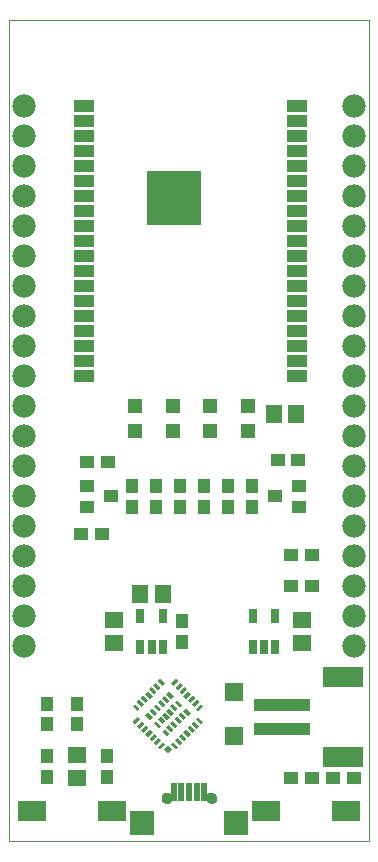
<source format=gts>
G75*
%MOIN*%
%OFA0B0*%
%FSLAX24Y24*%
%IPPOS*%
%LPD*%
%AMOC8*
5,1,8,0,0,1.08239X$1,22.5*
%
%ADD10C,0.0000*%
%ADD11R,0.0631X0.0552*%
%ADD12R,0.0473X0.0434*%
%ADD13R,0.0552X0.0631*%
%ADD14R,0.0257X0.0512*%
%ADD15R,0.0591X0.0591*%
%ADD16R,0.1851X0.0434*%
%ADD17R,0.1379X0.0670*%
%ADD18R,0.0434X0.0473*%
%ADD19R,0.0512X0.0512*%
%ADD20R,0.0236X0.0118*%
%ADD21R,0.0197X0.0197*%
%ADD22R,0.0490X0.0440*%
%ADD23R,0.0709X0.0394*%
%ADD24R,0.1812X0.1812*%
%ADD25C,0.0780*%
%ADD26R,0.0946X0.0670*%
%ADD27R,0.0197X0.0591*%
%ADD28C,0.0375*%
%ADD29R,0.0788X0.0788*%
D10*
X002071Y000400D02*
X002071Y027770D01*
X014063Y027770D01*
X014063Y000400D01*
X002071Y000400D01*
X007156Y001846D02*
X007158Y001871D01*
X007164Y001896D01*
X007173Y001920D01*
X007186Y001942D01*
X007203Y001962D01*
X007222Y001979D01*
X007243Y001993D01*
X007267Y002003D01*
X007291Y002010D01*
X007317Y002013D01*
X007342Y002012D01*
X007367Y002007D01*
X007391Y001998D01*
X007414Y001986D01*
X007434Y001971D01*
X007452Y001952D01*
X007467Y001931D01*
X007478Y001908D01*
X007486Y001884D01*
X007490Y001859D01*
X007490Y001833D01*
X007486Y001808D01*
X007478Y001784D01*
X007467Y001761D01*
X007452Y001740D01*
X007434Y001721D01*
X007414Y001706D01*
X007391Y001694D01*
X007367Y001685D01*
X007342Y001680D01*
X007317Y001679D01*
X007291Y001682D01*
X007267Y001689D01*
X007243Y001699D01*
X007222Y001713D01*
X007203Y001730D01*
X007186Y001750D01*
X007173Y001772D01*
X007164Y001796D01*
X007158Y001821D01*
X007156Y001846D01*
X008652Y001846D02*
X008654Y001871D01*
X008660Y001896D01*
X008669Y001920D01*
X008682Y001942D01*
X008699Y001962D01*
X008718Y001979D01*
X008739Y001993D01*
X008763Y002003D01*
X008787Y002010D01*
X008813Y002013D01*
X008838Y002012D01*
X008863Y002007D01*
X008887Y001998D01*
X008910Y001986D01*
X008930Y001971D01*
X008948Y001952D01*
X008963Y001931D01*
X008974Y001908D01*
X008982Y001884D01*
X008986Y001859D01*
X008986Y001833D01*
X008982Y001808D01*
X008974Y001784D01*
X008963Y001761D01*
X008948Y001740D01*
X008930Y001721D01*
X008910Y001706D01*
X008887Y001694D01*
X008863Y001685D01*
X008838Y001680D01*
X008813Y001679D01*
X008787Y001682D01*
X008763Y001689D01*
X008739Y001699D01*
X008718Y001713D01*
X008699Y001730D01*
X008682Y001750D01*
X008669Y001772D01*
X008660Y001796D01*
X008654Y001821D01*
X008652Y001846D01*
D11*
X005571Y007026D03*
X005571Y007774D03*
X004321Y003274D03*
X004321Y002526D03*
X011821Y007026D03*
X011821Y007774D03*
D12*
X012155Y008900D03*
X011486Y008900D03*
X011486Y009950D03*
X012155Y009950D03*
X011705Y013100D03*
X011036Y013100D03*
X005355Y013050D03*
X004686Y013050D03*
X004486Y010650D03*
X005155Y010650D03*
X011486Y002500D03*
X012155Y002500D03*
X012886Y002500D03*
X013555Y002500D03*
D13*
X007195Y008650D03*
X006447Y008650D03*
X010897Y014650D03*
X011645Y014650D03*
D14*
X010945Y007912D03*
X010197Y007912D03*
X010197Y006888D03*
X010571Y006888D03*
X010945Y006888D03*
X007195Y006888D03*
X006821Y006888D03*
X006447Y006888D03*
X006447Y007912D03*
X007195Y007912D03*
D15*
X009571Y005378D03*
X009571Y003922D03*
D16*
X011164Y004156D03*
X011164Y004944D03*
D17*
X013211Y005889D03*
X013211Y003211D03*
D18*
X010171Y011565D03*
X010171Y012235D03*
X009371Y012235D03*
X009371Y011565D03*
X008571Y011565D03*
X008571Y012235D03*
X007771Y012235D03*
X007771Y011565D03*
X006971Y011565D03*
X006971Y012235D03*
X006171Y012235D03*
X006171Y011565D03*
X007821Y007735D03*
X007821Y007065D03*
X005321Y003235D03*
X005321Y002565D03*
X004321Y004315D03*
X004321Y004985D03*
X003321Y004985D03*
X003321Y004315D03*
X003321Y003235D03*
X003321Y002565D03*
D19*
X006271Y014087D03*
X006271Y014913D03*
X007521Y014913D03*
X007521Y014087D03*
X008771Y014087D03*
X008771Y014913D03*
X010021Y014913D03*
X010021Y014087D03*
D20*
G36*
X007468Y005667D02*
X007634Y005833D01*
X007718Y005749D01*
X007552Y005583D01*
X007468Y005667D01*
G37*
G36*
X007608Y005528D02*
X007774Y005694D01*
X007858Y005610D01*
X007692Y005444D01*
X007608Y005528D01*
G37*
G36*
X007747Y005388D02*
X007913Y005554D01*
X007997Y005470D01*
X007831Y005304D01*
X007747Y005388D01*
G37*
G36*
X007399Y005401D02*
X007565Y005235D01*
X007481Y005151D01*
X007315Y005317D01*
X007399Y005401D01*
G37*
G36*
X007260Y005262D02*
X007426Y005096D01*
X007342Y005012D01*
X007176Y005178D01*
X007260Y005262D01*
G37*
G36*
X007121Y005123D02*
X007287Y004957D01*
X007203Y004873D01*
X007037Y005039D01*
X007121Y005123D01*
G37*
G36*
X006982Y004984D02*
X007148Y004818D01*
X007064Y004734D01*
X006898Y004900D01*
X006982Y004984D01*
G37*
G36*
X006842Y004845D02*
X007008Y004679D01*
X006924Y004595D01*
X006758Y004761D01*
X006842Y004845D01*
G37*
G36*
X006703Y004705D02*
X006869Y004539D01*
X006785Y004455D01*
X006619Y004621D01*
X006703Y004705D01*
G37*
G36*
X006493Y004887D02*
X006327Y005053D01*
X006411Y005137D01*
X006577Y004971D01*
X006493Y004887D01*
G37*
G36*
X006354Y004748D02*
X006188Y004914D01*
X006272Y004998D01*
X006438Y004832D01*
X006354Y004748D01*
G37*
G36*
X006632Y005026D02*
X006466Y005192D01*
X006550Y005276D01*
X006716Y005110D01*
X006632Y005026D01*
G37*
G36*
X006771Y005165D02*
X006605Y005331D01*
X006689Y005415D01*
X006855Y005249D01*
X006771Y005165D01*
G37*
G36*
X006911Y005304D02*
X006745Y005470D01*
X006829Y005554D01*
X006995Y005388D01*
X006911Y005304D01*
G37*
G36*
X007050Y005444D02*
X006884Y005610D01*
X006968Y005694D01*
X007134Y005528D01*
X007050Y005444D01*
G37*
G36*
X007189Y005583D02*
X007023Y005749D01*
X007107Y005833D01*
X007273Y005667D01*
X007189Y005583D01*
G37*
G36*
X007678Y005123D02*
X007844Y004957D01*
X007760Y004873D01*
X007594Y005039D01*
X007678Y005123D01*
G37*
G36*
X007538Y004984D02*
X007704Y004818D01*
X007620Y004734D01*
X007454Y004900D01*
X007538Y004984D01*
G37*
G36*
X007399Y004845D02*
X007565Y004679D01*
X007481Y004595D01*
X007315Y004761D01*
X007399Y004845D01*
G37*
G36*
X007260Y004705D02*
X007426Y004539D01*
X007342Y004455D01*
X007176Y004621D01*
X007260Y004705D01*
G37*
G36*
X007121Y004566D02*
X007287Y004400D01*
X007203Y004316D01*
X007037Y004482D01*
X007121Y004566D01*
G37*
G36*
X006982Y004427D02*
X007148Y004261D01*
X007064Y004177D01*
X006898Y004343D01*
X006982Y004427D01*
G37*
G36*
X006855Y004051D02*
X006689Y003885D01*
X006605Y003969D01*
X006771Y004135D01*
X006855Y004051D01*
G37*
G36*
X006995Y003912D02*
X006829Y003746D01*
X006745Y003830D01*
X006911Y003996D01*
X006995Y003912D01*
G37*
G36*
X007134Y003772D02*
X006968Y003606D01*
X006884Y003690D01*
X007050Y003856D01*
X007134Y003772D01*
G37*
G36*
X007273Y003633D02*
X007107Y003467D01*
X007023Y003551D01*
X007189Y003717D01*
X007273Y003633D01*
G37*
G36*
X007260Y004149D02*
X007426Y003983D01*
X007342Y003899D01*
X007176Y004065D01*
X007260Y004149D01*
G37*
G36*
X007399Y004288D02*
X007565Y004122D01*
X007481Y004038D01*
X007315Y004204D01*
X007399Y004288D01*
G37*
G36*
X007538Y004427D02*
X007704Y004261D01*
X007620Y004177D01*
X007454Y004343D01*
X007538Y004427D01*
G37*
G36*
X007678Y004566D02*
X007844Y004400D01*
X007760Y004316D01*
X007594Y004482D01*
X007678Y004566D01*
G37*
G36*
X007817Y004705D02*
X007983Y004539D01*
X007899Y004455D01*
X007733Y004621D01*
X007817Y004705D01*
G37*
G36*
X007956Y004845D02*
X008122Y004679D01*
X008038Y004595D01*
X007872Y004761D01*
X007956Y004845D01*
G37*
G36*
X008025Y005110D02*
X008191Y005276D01*
X008275Y005192D01*
X008109Y005026D01*
X008025Y005110D01*
G37*
G36*
X007886Y005249D02*
X008052Y005415D01*
X008136Y005331D01*
X007970Y005165D01*
X007886Y005249D01*
G37*
G36*
X008164Y004971D02*
X008330Y005137D01*
X008414Y005053D01*
X008248Y004887D01*
X008164Y004971D01*
G37*
G36*
X008303Y004832D02*
X008469Y004998D01*
X008553Y004914D01*
X008387Y004748D01*
X008303Y004832D01*
G37*
G36*
X008387Y004552D02*
X008553Y004386D01*
X008469Y004302D01*
X008303Y004468D01*
X008387Y004552D01*
G37*
G36*
X008248Y004413D02*
X008414Y004247D01*
X008330Y004163D01*
X008164Y004329D01*
X008248Y004413D01*
G37*
G36*
X008109Y004274D02*
X008275Y004108D01*
X008191Y004024D01*
X008025Y004190D01*
X008109Y004274D01*
G37*
G36*
X007970Y004135D02*
X008136Y003969D01*
X008052Y003885D01*
X007886Y004051D01*
X007970Y004135D01*
G37*
G36*
X007831Y003996D02*
X007997Y003830D01*
X007913Y003746D01*
X007747Y003912D01*
X007831Y003996D01*
G37*
G36*
X007692Y003856D02*
X007858Y003690D01*
X007774Y003606D01*
X007608Y003772D01*
X007692Y003856D01*
G37*
G36*
X007552Y003717D02*
X007718Y003551D01*
X007634Y003467D01*
X007468Y003633D01*
X007552Y003717D01*
G37*
G36*
X006716Y004190D02*
X006550Y004024D01*
X006466Y004108D01*
X006632Y004274D01*
X006716Y004190D01*
G37*
G36*
X006577Y004329D02*
X006411Y004163D01*
X006327Y004247D01*
X006493Y004413D01*
X006577Y004329D01*
G37*
G36*
X006438Y004468D02*
X006272Y004302D01*
X006188Y004386D01*
X006354Y004552D01*
X006438Y004468D01*
G37*
D21*
G36*
X007371Y003617D02*
X007509Y003479D01*
X007371Y003341D01*
X007233Y003479D01*
X007371Y003617D01*
G37*
D22*
X004671Y011550D03*
X004671Y012250D03*
X005471Y011900D03*
X010921Y011900D03*
X011721Y011550D03*
X011721Y012250D03*
D23*
X011657Y015900D03*
X011657Y016400D03*
X011657Y016900D03*
X011657Y017400D03*
X011657Y017900D03*
X011657Y018400D03*
X011657Y018900D03*
X011657Y019400D03*
X011657Y019900D03*
X011657Y020400D03*
X011657Y020900D03*
X011657Y021400D03*
X011657Y021900D03*
X011657Y022400D03*
X011657Y022900D03*
X011657Y023400D03*
X011657Y023900D03*
X011657Y024400D03*
X011657Y024900D03*
X004571Y024900D03*
X004571Y024400D03*
X004571Y023900D03*
X004571Y023400D03*
X004571Y022900D03*
X004571Y022400D03*
X004571Y021900D03*
X004571Y021400D03*
X004571Y020900D03*
X004571Y020400D03*
X004571Y019900D03*
X004571Y019400D03*
X004571Y018900D03*
X004571Y018400D03*
X004571Y017900D03*
X004571Y017400D03*
X004571Y016900D03*
X004571Y016400D03*
X004571Y015900D03*
D24*
X007571Y021833D03*
D25*
X002571Y021900D03*
X002571Y020900D03*
X002571Y019900D03*
X002571Y018900D03*
X002571Y017900D03*
X002571Y016900D03*
X002571Y015900D03*
X002571Y014900D03*
X002571Y013900D03*
X002571Y012900D03*
X002571Y011900D03*
X002571Y010900D03*
X002571Y009900D03*
X002571Y008900D03*
X002571Y007900D03*
X002571Y006900D03*
X002571Y022900D03*
X002571Y023900D03*
X002571Y024900D03*
X013571Y024900D03*
X013571Y023900D03*
X013571Y022900D03*
X013571Y021900D03*
X013571Y020900D03*
X013571Y019900D03*
X013571Y018900D03*
X013571Y017900D03*
X013571Y016900D03*
X013571Y015900D03*
X013571Y014900D03*
X013571Y013900D03*
X013571Y012900D03*
X013571Y011900D03*
X013571Y010900D03*
X013571Y009900D03*
X013571Y008900D03*
X013571Y007900D03*
X013571Y006900D03*
D26*
X013290Y001400D03*
X010652Y001400D03*
X005490Y001400D03*
X002852Y001400D03*
D27*
X007559Y002063D03*
X007815Y002063D03*
X008071Y002063D03*
X008327Y002063D03*
X008582Y002063D03*
D28*
X008819Y001846D03*
X007323Y001846D03*
D29*
X006496Y001000D03*
X009645Y001000D03*
M02*

</source>
